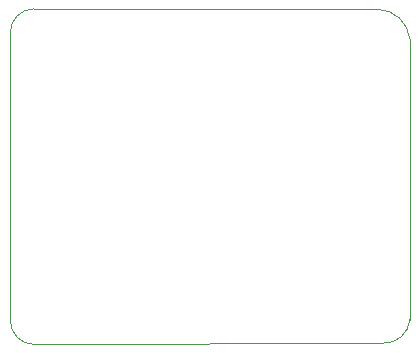
<source format=gm1>
G04 #@! TF.GenerationSoftware,KiCad,Pcbnew,(6.0.10-0)*
G04 #@! TF.CreationDate,2023-01-01T02:05:10-05:00*
G04 #@! TF.ProjectId,8CT-PowerMeter,3843542d-506f-4776-9572-4d657465722e,rev?*
G04 #@! TF.SameCoordinates,Original*
G04 #@! TF.FileFunction,Profile,NP*
%FSLAX46Y46*%
G04 Gerber Fmt 4.6, Leading zero omitted, Abs format (unit mm)*
G04 Created by KiCad (PCBNEW (6.0.10-0)) date 2023-01-01 02:05:10*
%MOMM*%
%LPD*%
G01*
G04 APERTURE LIST*
G04 #@! TA.AperFunction,Profile*
%ADD10C,0.050000*%
G04 #@! TD*
G04 APERTURE END LIST*
D10*
X136300000Y-94400000D02*
X136300000Y-70000000D01*
X138300000Y-68000000D02*
X167338000Y-68034000D01*
X167845997Y-96305855D02*
G75*
G03*
X170132000Y-94305786I106903J2184255D01*
G01*
X170132009Y-70573999D02*
G75*
G03*
X167338000Y-68034000I-2789909J-262201D01*
G01*
X138300000Y-68000000D02*
G75*
G03*
X136300000Y-70000000I0J-2000000D01*
G01*
X136300000Y-94400000D02*
G75*
G03*
X138300000Y-96400000I2000000J0D01*
G01*
X167846000Y-96305786D02*
X138300000Y-96400000D01*
X170132000Y-94305786D02*
X170132000Y-70574000D01*
M02*

</source>
